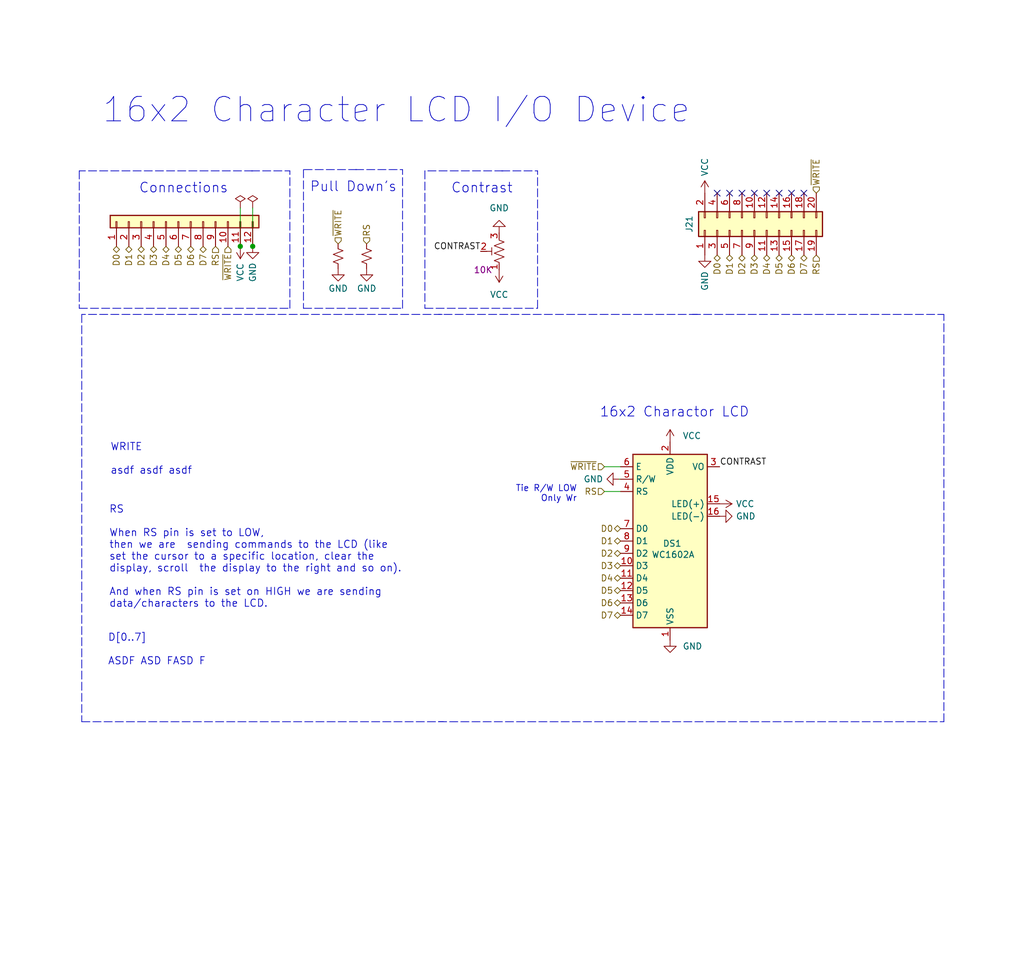
<source format=kicad_sch>
(kicad_sch (version 20211123) (generator eeschema)
  (paper "User" 210.007 200)
  (title_block (title "16x2 Character LCD I/O Device") (date "2022-01-07") (rev "1") (company "theWickedWebDev/8-bit-computer") (comment 2 "General Output Only Usage") (comment 3 "I/O Device for Archimedes CPU"))
  (lib_symbols
    (symbol "Connector_Generic:Conn_01x12" (pin_names (offset 1.016) hide)
      (property "Reference" "J" (at 0 15.24 0))
      (property "Value" "Conn_01x12" (at 0 -17.78 0))
      (symbol "Conn_01x12_1_1"
        (rectangle (start -1.27 -15.113) (end 0 -15.367) (stroke (width 0.1524)))
        (rectangle (start -1.27 -12.573) (end 0 -12.827) (stroke (width 0.1524)))
        (rectangle (start -1.27 -10.033) (end 0 -10.287) (stroke (width 0.1524)))
        (rectangle (start -1.27 -7.493) (end 0 -7.747) (stroke (width 0.1524)))
        (rectangle (start -1.27 -4.953) (end 0 -5.207) (stroke (width 0.1524)))
        (rectangle (start -1.27 -2.413) (end 0 -2.667) (stroke (width 0.1524)))
        (rectangle (start -1.27 0.127) (end 0 -0.127) (stroke (width 0.1524)))
        (rectangle (start -1.27 2.667) (end 0 2.413) (stroke (width 0.1524)))
        (rectangle (start -1.27 5.207) (end 0 4.953) (stroke (width 0.1524)))
        (rectangle (start -1.27 7.747) (end 0 7.493) (stroke (width 0.1524)))
        (rectangle (start -1.27 10.287) (end 0 10.033) (stroke (width 0.1524)))
        (rectangle (start -1.27 12.827) (end 0 12.573) (stroke (width 0.1524)))
        (rectangle (start -1.27 13.97) (end 1.27 -16.51) (stroke (width 0.254)) (fill (type background)))
        (pin passive line (at -5.08 12.7 0) (length 3.81) (name "Pin_1") (number "1"))
        (pin passive line (at -5.08 -10.16 0) (length 3.81) (name "Pin_10") (number "10"))
        (pin passive line (at -5.08 -12.7 0) (length 3.81) (name "Pin_11") (number "11"))
        (pin passive line (at -5.08 -15.24 0) (length 3.81) (name "Pin_12") (number "12"))
        (pin passive line (at -5.08 10.16 0) (length 3.81) (name "Pin_2") (number "2"))
        (pin passive line (at -5.08 7.62 0) (length 3.81) (name "Pin_3") (number "3"))
        (pin passive line (at -5.08 5.08 0) (length 3.81) (name "Pin_4") (number "4"))
        (pin passive line (at -5.08 2.54 0) (length 3.81) (name "Pin_5") (number "5"))
        (pin passive line (at -5.08 0 0) (length 3.81) (name "Pin_6") (number "6"))
        (pin passive line (at -5.08 -2.54 0) (length 3.81) (name "Pin_7") (number "7"))
        (pin passive line (at -5.08 -5.08 0) (length 3.81) (name "Pin_8") (number "8"))
        (pin passive line (at -5.08 -7.62 0) (length 3.81) (name "Pin_9") (number "9"))
      )
    )
    (symbol "Connector_Generic:Conn_02x10_Odd_Even" (pin_names (offset 1.016) hide)
      (property "Reference" "J" (at 1.27 12.7 0))
      (property "Value" "Conn_02x10_Odd_Even" (at 1.27 -15.24 0))
      (symbol "Conn_02x10_Odd_Even_1_1"
        (rectangle (start -1.27 -12.573) (end 0 -12.827) (stroke (width 0.1524)))
        (rectangle (start -1.27 -10.033) (end 0 -10.287) (stroke (width 0.1524)))
        (rectangle (start -1.27 -7.493) (end 0 -7.747) (stroke (width 0.1524)))
        (rectangle (start -1.27 -4.953) (end 0 -5.207) (stroke (width 0.1524)))
        (rectangle (start -1.27 -2.413) (end 0 -2.667) (stroke (width 0.1524)))
        (rectangle (start -1.27 0.127) (end 0 -0.127) (stroke (width 0.1524)))
        (rectangle (start -1.27 2.667) (end 0 2.413) (stroke (width 0.1524)))
        (rectangle (start -1.27 5.207) (end 0 4.953) (stroke (width 0.1524)))
        (rectangle (start -1.27 7.747) (end 0 7.493) (stroke (width 0.1524)))
        (rectangle (start -1.27 10.287) (end 0 10.033) (stroke (width 0.1524)))
        (rectangle (start -1.27 11.43) (end 3.81 -13.97) (stroke (width 0.254)) (fill (type background)))
        (rectangle (start 3.81 -12.573) (end 2.54 -12.827) (stroke (width 0.1524)))
        (rectangle (start 3.81 -10.033) (end 2.54 -10.287) (stroke (width 0.1524)))
        (rectangle (start 3.81 -7.493) (end 2.54 -7.747) (stroke (width 0.1524)))
        (rectangle (start 3.81 -4.953) (end 2.54 -5.207) (stroke (width 0.1524)))
        (rectangle (start 3.81 -2.413) (end 2.54 -2.667) (stroke (width 0.1524)))
        (rectangle (start 3.81 0.127) (end 2.54 -0.127) (stroke (width 0.1524)))
        (rectangle (start 3.81 2.667) (end 2.54 2.413) (stroke (width 0.1524)))
        (rectangle (start 3.81 5.207) (end 2.54 4.953) (stroke (width 0.1524)))
        (rectangle (start 3.81 7.747) (end 2.54 7.493) (stroke (width 0.1524)))
        (rectangle (start 3.81 10.287) (end 2.54 10.033) (stroke (width 0.1524)))
        (pin passive line (at -5.08 10.16 0) (length 3.81) (name "Pin_1") (number "1"))
        (pin passive line (at 7.62 0 180) (length 3.81) (name "Pin_10") (number "10"))
        (pin passive line (at -5.08 -2.54 0) (length 3.81) (name "Pin_11") (number "11"))
        (pin passive line (at 7.62 -2.54 180) (length 3.81) (name "Pin_12") (number "12"))
        (pin passive line (at -5.08 -5.08 0) (length 3.81) (name "Pin_13") (number "13"))
        (pin passive line (at 7.62 -5.08 180) (length 3.81) (name "Pin_14") (number "14"))
        (pin passive line (at -5.08 -7.62 0) (length 3.81) (name "Pin_15") (number "15"))
        (pin passive line (at 7.62 -7.62 180) (length 3.81) (name "Pin_16") (number "16"))
        (pin passive line (at -5.08 -10.16 0) (length 3.81) (name "Pin_17") (number "17"))
        (pin passive line (at 7.62 -10.16 180) (length 3.81) (name "Pin_18") (number "18"))
        (pin passive line (at -5.08 -12.7 0) (length 3.81) (name "Pin_19") (number "19"))
        (pin passive line (at 7.62 10.16 180) (length 3.81) (name "Pin_2") (number "2"))
        (pin passive line (at 7.62 -12.7 180) (length 3.81) (name "Pin_20") (number "20"))
        (pin passive line (at -5.08 7.62 0) (length 3.81) (name "Pin_3") (number "3"))
        (pin passive line (at 7.62 7.62 180) (length 3.81) (name "Pin_4") (number "4"))
        (pin passive line (at -5.08 5.08 0) (length 3.81) (name "Pin_5") (number "5"))
        (pin passive line (at 7.62 5.08 180) (length 3.81) (name "Pin_6") (number "6"))
        (pin passive line (at -5.08 2.54 0) (length 3.81) (name "Pin_7") (number "7"))
        (pin passive line (at 7.62 2.54 180) (length 3.81) (name "Pin_8") (number "8"))
        (pin passive line (at -5.08 0 0) (length 3.81) (name "Pin_9") (number "9"))
      )
    )
    (symbol "Device:R_Potentiometer_Trim_US" (pin_names (offset 1.016) hide)
      (property "Reference" "RV" (at -4.445 0 90))
      (property "Value" "R_Potentiometer_Trim_US" (at -2.54 0 90))
      (symbol "R_Potentiometer_Trim_US_0_1"
        (polyline (pts (xy 0 -2.286) (xy 0 -2.54)))
        (polyline (pts (xy 0 2.286) (xy 0 2.54)))
        (polyline (pts (xy 1.524 0.762) (xy 1.524 -0.762)))
        (polyline (pts (xy 2.54 0) (xy 1.524 0)))
        (polyline (pts (xy 0 -0.762) (xy 1.016 -1.143) (xy 0 -1.524) (xy -1.016 -1.905) (xy 0 -2.286)))
        (polyline (pts (xy 0 0.762) (xy 1.016 0.381) (xy 0 0) (xy -1.016 -0.381) (xy 0 -0.762)))
        (polyline (pts (xy 0 2.286) (xy 1.016 1.905) (xy 0 1.524) (xy -1.016 1.143) (xy 0 0.762)))
      )
      (symbol "R_Potentiometer_Trim_US_1_1"
        (pin passive line (at 0 3.81 270) (length 1.27) (name "1") (number "1"))
        (pin passive line (at 3.81 0 180) (length 1.27) (name "2") (number "2"))
        (pin passive line (at 0 -3.81 90) (length 1.27) (name "3") (number "3"))
      )
    )
    (symbol "Device:R_Small_US" (pin_numbers hide) (pin_names (offset 0.254) hide)
      (property "Reference" "R" (at 0.762 0.508 0))
      (property "Value" "R_Small_US" (at 0.762 -1.016 0))
      (symbol "R_Small_US_1_1"
        (polyline (pts (xy 0 0) (xy 1.016 -0.381) (xy 0 -0.762) (xy -1.016 -1.143) (xy 0 -1.524)))
        (polyline (pts (xy 0 1.524) (xy 1.016 1.143) (xy 0 0.762) (xy -1.016 0.381) (xy 0 0)))
        (pin passive line (at 0 2.54 270) (length 1.016) (name "~") (number "1"))
        (pin passive line (at 0 -2.54 90) (length 1.016) (name "~") (number "2"))
      )
    )
    (symbol "Display_Character:WC1602A"
      (property "Reference" "DS" (at -5.842 19.05 0))
      (property "Value" "WC1602A" (at 5.334 19.05 0))
      (symbol "WC1602A_1_1"
        (rectangle (start -7.62 17.78) (end 7.62 -17.78) (stroke (width 0.254)) (fill (type background)))
        (pin power_in line (at 0 -20.32 90) (length 2.54) (name "VSS") (number "1"))
        (pin input line (at -10.16 -5.08 0) (length 2.54) (name "D3") (number "10"))
        (pin input line (at -10.16 -7.62 0) (length 2.54) (name "D4") (number "11"))
        (pin input line (at -10.16 -10.16 0) (length 2.54) (name "D5") (number "12"))
        (pin input line (at -10.16 -12.7 0) (length 2.54) (name "D6") (number "13"))
        (pin input line (at -10.16 -15.24 0) (length 2.54) (name "D7") (number "14"))
        (pin power_in line (at 10.16 7.62 180) (length 2.54) (name "LED(+)") (number "15"))
        (pin power_in line (at 10.16 5.08 180) (length 2.54) (name "LED(-)") (number "16"))
        (pin power_in line (at 0 20.32 270) (length 2.54) (name "VDD") (number "2"))
        (pin input line (at 10.16 15.24 180) (length 2.54) (name "VO") (number "3"))
        (pin input line (at -10.16 10.16 0) (length 2.54) (name "RS") (number "4"))
        (pin input line (at -10.16 12.7 0) (length 2.54) (name "R/W") (number "5"))
        (pin input line (at -10.16 15.24 0) (length 2.54) (name "E") (number "6"))
        (pin input line (at -10.16 2.54 0) (length 2.54) (name "D0") (number "7"))
        (pin input line (at -10.16 0 0) (length 2.54) (name "D1") (number "8"))
        (pin input line (at -10.16 -2.54 0) (length 2.54) (name "D2") (number "9"))
      )
    )
    (symbol "power:GND" (power) (pin_names (offset 0))
      (property "Value" "GND" (at 0 -3.81 0))
      (symbol "GND_0_1"
        (polyline (pts (xy 0 0) (xy 0 -1.27) (xy 1.27 -1.27) (xy 0 -2.54) (xy -1.27 -1.27) (xy 0 -1.27)))
      )
      (symbol "GND_1_1"
        (pin power_in line (at 0 0 270) (length 0) hide (name "GND") (number "1"))
      )
    )
    (symbol "power:PWR_FLAG" (power) (pin_numbers hide) (pin_names (offset 0) hide)
      (property "Value" "PWR_FLAG" (at 0 3.81 0))
      (symbol "PWR_FLAG_0_0"
        (pin power_out line (at 0 0 90) (length 0) (name "pwr") (number "1"))
      )
      (symbol "PWR_FLAG_0_1"
        (polyline (pts (xy 0 0) (xy 0 1.27) (xy -1.016 1.905) (xy 0 2.54) (xy 1.016 1.905) (xy 0 1.27)))
      )
    )
    (symbol "power:VCC" (power) (pin_names (offset 0))
      (property "Value" "VCC" (at 0 3.81 0))
      (symbol "VCC_0_1"
        (polyline (pts (xy -0.762 1.27) (xy 0 2.54)))
        (polyline (pts (xy 0 0) (xy 0 2.54)))
        (polyline (pts (xy 0 2.54) (xy 0.762 1.27)))
      )
      (symbol "VCC_1_1"
        (pin power_in line (at 0 0 90) (length 0) hide (name "VCC") (number "1"))
      )
    )
  )
  (junction (at 49.276 50.546))
  (junction (at 51.816 50.546))
  (no_connect (at 149.606 39.624))
  (no_connect (at 152.146 39.624))
  (no_connect (at 154.686 39.624))
  (no_connect (at 157.226 39.624))
  (no_connect (at 159.766 39.624))
  (no_connect (at 162.306 39.624))
  (no_connect (at 164.846 39.624))
  (no_connect (at 147.066 39.624))
  (polyline (pts (xy 141.986 64.516) (xy 193.548 64.516)))
  (polyline (pts (xy 62.23 34.798) (xy 62.23 63.246)))
  (polyline (pts (xy 51.562 35.052) (xy 59.436 35.052)))
  (wire (pts (xy 127.254 98.298) (xy 127 98.298)))
  (polyline (pts (xy 87.122 63.246) (xy 110.236 63.246)))
  (wire (pts (xy 51.816 42.672) (xy 51.816 50.546)))
  (polyline (pts (xy 110.236 63.246) (xy 110.236 35.052)))
  (polyline (pts (xy 16.256 63.246) (xy 59.436 63.246)))
  (polyline (pts (xy 90.678 64.516) (xy 16.764 64.516)))
  (polyline (pts (xy 51.816 35.052) (xy 16.256 35.052)))
  (polyline (pts (xy 87.122 35.052) (xy 87.122 63.246)))
  (polyline (pts (xy 59.436 63.246) (xy 59.436 35.052)))
  (wire (pts (xy 127.254 100.838) (xy 123.952 100.838)))
  (polyline (pts (xy 193.548 148.082) (xy 193.548 64.516)))
  (polyline (pts (xy 73.152 34.798) (xy 62.23 34.798)))
  (polyline (pts (xy 16.256 35.052) (xy 16.256 63.246)))
  (polyline (pts (xy 89.916 148.082) (xy 193.548 148.082)))
  (polyline (pts (xy 102.87 35.052) (xy 110.236 35.052)))
  (polyline (pts (xy 72.898 34.798) (xy 82.55 34.798)))
  (wire (pts (xy 49.276 42.672) (xy 49.276 50.546)))
  (polyline (pts (xy 16.764 64.516) (xy 16.764 148.082)))
  (polyline (pts (xy 62.23 63.246) (xy 82.55 63.246)))
  (polyline (pts (xy 143.002 64.516) (xy 89.916 64.516)))
  (wire (pts (xy 123.952 95.758) (xy 127.254 95.758)))
  (polyline (pts (xy 16.764 148.082) (xy 90.932 148.082)))
  (polyline (pts (xy 82.55 63.246) (xy 82.55 34.798)))
  (polyline (pts (xy 103.124 35.052) (xy 87.122 35.052)))
  (text "Connections" (at 28.448 39.878 0) (effects (font (size 2 2)) (justify left bottom)))
  (text "http://web.alfredstate.edu/faculty/weimandn/lcd/lcd_initialization/lcd_initialization_index.html" (at 12.7 205.232 0) (effects (font (size 1.27 1.27)) (justify left bottom)))
  (text "RS\n\nWhen RS pin is set to LOW,\nthen we are  sending commands to the LCD (like \nset the cursor to a specific location, clear the \ndisplay, scroll  the display to the right and so on). \n\nAnd when RS pin is set on HIGH we are sending \ndata/characters to the LCD.\n\n" (at 22.352 127.254 0) (effects (font (size 1.5 1.5)) (justify left bottom)))
  (text "WRITE\n\nasdf asdf asdf " (at 22.606 97.536 0) (effects (font (size 1.5 1.5)) (justify left bottom)))
  (text "Tie R/W LOW\nOnly Wr" (at 118.364 103.124 180) (effects (font (size 1.27 1.27)) (justify right bottom)))
  (text "16x2 Character LCD I/O Device" (at 20.828 25.654 0) (effects (font (size 5 5)) (justify left bottom)))
  (text "16x2 Charactor LCD" (at 122.936 85.852 0) (effects (font (size 2 2)) (justify left bottom)))
  (text "D[0..7]\n\nASDF ASD FASD F" (at 22.098 136.652 0) (effects (font (size 1.5 1.5)) (justify left bottom)))
  (text "Pull Down's" (at 63.5 39.624 0) (effects (font (size 2 2)) (justify left bottom)))
  (text "Contrast" (at 92.456 39.878 0) (effects (font (size 2 2)) (justify left bottom)))
  (label "CONTRAST" (at 147.574 95.758 0))
  (label "CONTRAST" (at 98.552 51.562 180))
  (hierarchical_label "~{WRITE}" (shape input) (at 69.342 50.038 90))
  (hierarchical_label "RS" (shape input) (at 167.386 52.324 270))
  (hierarchical_label "D0" (shape tri_state) (at 147.066 52.324 270))
  (hierarchical_label "D3" (shape tri_state) (at 31.496 50.546 270))
  (hierarchical_label "D4" (shape tri_state) (at 157.226 52.324 270))
  (hierarchical_label "D7" (shape tri_state) (at 164.846 52.324 270))
  (hierarchical_label "RS" (shape input) (at 75.184 50.038 90))
  (hierarchical_label "D3" (shape tri_state) (at 127.254 116.078 180))
  (hierarchical_label "RS" (shape input) (at 44.196 50.546 270))
  (hierarchical_label "D6" (shape tri_state) (at 162.306 52.324 270))
  (hierarchical_label "D5" (shape tri_state) (at 159.766 52.324 270))
  (hierarchical_label "D5" (shape tri_state) (at 127.254 121.158 180))
  (hierarchical_label "D1" (shape tri_state) (at 26.416 50.546 270))
  (hierarchical_label "D0" (shape tri_state) (at 127.254 108.458 180))
  (hierarchical_label "D3" (shape tri_state) (at 154.686 52.324 270))
  (hierarchical_label "~{WRITE}" (shape input) (at 167.386 39.624 90))
  (hierarchical_label "D6" (shape tri_state) (at 127.254 123.698 180))
  (hierarchical_label "D7" (shape tri_state) (at 127.254 126.238 180))
  (hierarchical_label "D7" (shape tri_state) (at 41.656 50.546 270))
  (hierarchical_label "D4" (shape tri_state) (at 34.036 50.546 270))
  (hierarchical_label "D5" (shape tri_state) (at 36.576 50.546 270))
  (hierarchical_label "D6" (shape tri_state) (at 39.116 50.546 270))
  (hierarchical_label "D0" (shape tri_state) (at 23.876 50.546 270))
  (hierarchical_label "D4" (shape tri_state) (at 127.254 118.618 180))
  (hierarchical_label "D1" (shape tri_state) (at 149.606 52.324 270))
  (hierarchical_label "RS" (shape input) (at 123.952 100.838 180))
  (hierarchical_label "D1" (shape tri_state) (at 127.254 110.998 180))
  (hierarchical_label "D2" (shape tri_state) (at 28.956 50.546 270))
  (hierarchical_label "~{WRITE}" (shape input) (at 123.952 95.758 180))
  (hierarchical_label "~{WRITE}" (shape input) (at 46.736 50.546 270))
  (hierarchical_label "D2" (shape tri_state) (at 127.254 113.538 180))
  (hierarchical_label "D2" (shape tri_state) (at 152.146 52.324 270))
  (symbol (lib_id "Connector_Generic:Conn_02x10_Odd_Even") (at 154.686 47.244 90) (unit 1)
    (property "Reference" "J21" (at 141.351 45.974 0))
    (property "Value" "Conn_02x20_Odd_Even" (effects hide))
    (property "Footprint" "Connector_IDC:IDC-Header_2x10_P2.54mm_Vertical" (effects hide))
  )
  (symbol (lib_id "Display_Character:WC1602A") (at 137.414 110.998 0) (unit 1)
    (property "Reference" "DS1" (at 135.89 111.506 0) (effects (justify left)))
    (property "Value" "WC1602A" (at 133.604 113.792 0) (effects (justify left)))
    (property "Footprint" "Display:WC1602A" (effects hide))
    (property "Datasheet" "http://www.wincomlcd.com/pdf/WC1602A-SFYLYHTC06.pdf" (effects hide))
  )
  (symbol (lib_id "power:GND") (at 137.414 131.318 0) (unit 1)
    (property "Reference" "#PWR0107" (effects hide))
    (property "Value" "GND" (at 139.954 132.5879 0) (effects (justify left)))
  )
  (symbol (lib_id "Device:R_Small_US") (at 69.342 52.578 0) (unit 1)
    (property "Reference" "R1" (effects hide))
    (property "Value" "R_Small_US" (effects hide))
    (property "Footprint" "Resistor_SMD:R_0805_2012Metric" (effects hide))
  )
  (symbol (lib_id "power:GND") (at 51.816 50.546 0) (unit 1)
    (property "Reference" "#PWR0102" (effects hide))
    (property "Value" "GND" (at 51.816 55.88 90))
  )
  (symbol (lib_id "power:VCC") (at 49.276 50.546 180) (unit 1)
    (property "Reference" "#PWR0101" (effects hide))
    (property "Value" "VCC" (at 49.276 55.88 90))
  )
  (symbol (lib_id "Connector_Generic:Conn_01x12") (at 36.576 45.466 90) (unit 1)
    (property "Reference" "J1" (effects hide))
    (property "Value" "Conn_01x12" (effects hide))
    (property "Footprint" "Connector_PinHeader_2.54mm:PinHeader_1x12_P2.54mm_Vertical" (effects hide))
  )
  (symbol (lib_id "power:GND") (at 75.184 55.118 0) (mirror y) (unit 1)
    (property "Reference" "#PWR0117" (effects hide))
    (property "Value" "GND" (at 75.184 59.182 0))
  )
  (symbol (lib_id "power:PWR_FLAG") (at 51.816 42.672 0) (unit 1)
    (property "Reference" "#FLG0101" (effects hide))
    (property "Value" "PWR_FLAG" (effects hide))
  )
  (symbol (lib_id "power:PWR_FLAG") (at 49.276 42.672 0) (unit 1)
    (property "Reference" "#FLG0102" (effects hide))
    (property "Value" "PWR_FLAG" (effects hide))
  )
  (symbol (lib_id "power:GND") (at 144.526 52.324 0) (unit 1)
    (property "Reference" "#PWR?" (effects hide))
    (property "Value" "GND" (at 144.526 57.658 90))
  )
  (symbol (lib_id "power:VCC") (at 147.574 103.378 270) (unit 1)
    (property "Reference" "#PWR0108" (effects hide))
    (property "Value" "VCC" (at 150.876 103.3779 90) (effects (justify left)))
  )
  (symbol (lib_id "power:GND") (at 102.362 47.752 180) (unit 1)
    (property "Reference" "#PWR0103" (effects hide))
    (property "Value" "GND" (at 102.362 42.672 0))
  )
  (symbol (lib_id "power:VCC") (at 137.414 90.678 0) (unit 1)
    (property "Reference" "#PWR0105" (effects hide))
    (property "Value" "VCC" (at 139.954 89.4079 0) (effects (justify left)))
  )
  (symbol (lib_id "power:GND") (at 147.574 105.918 90) (unit 1)
    (property "Reference" "#PWR0109" (effects hide))
    (property "Value" "GND" (at 150.876 105.918 90) (effects (justify right)))
  )
  (symbol (lib_id "power:VCC") (at 144.526 39.624 0) (unit 1)
    (property "Reference" "#PWR?" (effects hide))
    (property "Value" "VCC" (at 144.526 34.29 90))
  )
  (symbol (lib_id "Device:R_Small_US") (at 75.184 52.578 0) (unit 1)
    (property "Reference" "R2" (effects hide))
    (property "Value" "R_Small_US" (effects hide))
    (property "Footprint" "Resistor_SMD:R_0805_2012Metric" (effects hide))
  )
  (symbol (lib_id "power:GND") (at 69.342 55.118 0) (mirror y) (unit 1)
    (property "Reference" "#PWR0116" (effects hide))
    (property "Value" "GND" (at 69.342 59.182 0))
  )
  (symbol (lib_id "power:GND") (at 127 98.298 270) (unit 1)
    (property "Reference" "#PWR0106" (effects hide))
    (property "Value" "GND" (at 119.634 98.298 90) (effects (justify left)))
  )
  (symbol (lib_id "power:VCC") (at 102.362 55.372 180) (unit 1)
    (property "Reference" "#PWR0104" (effects hide))
    (property "Value" "VCC" (at 102.362 60.452 0))
  )
  (symbol (lib_id "Device:R_Potentiometer_Trim_US") (at 102.362 51.562 180) (unit 1)
    (property "Reference" "RV1" (effects hide))
    (property "Value" "R_Potentiometer_Trim_US" (effects hide))
    (property "Footprint" "Potentiometer_SMD:Potentiometer_Bourns_3224G_Horizontal" (effects hide))
    (property "Resistance" "10K" (at 99.06 55.372 0))
  )
)
</source>
